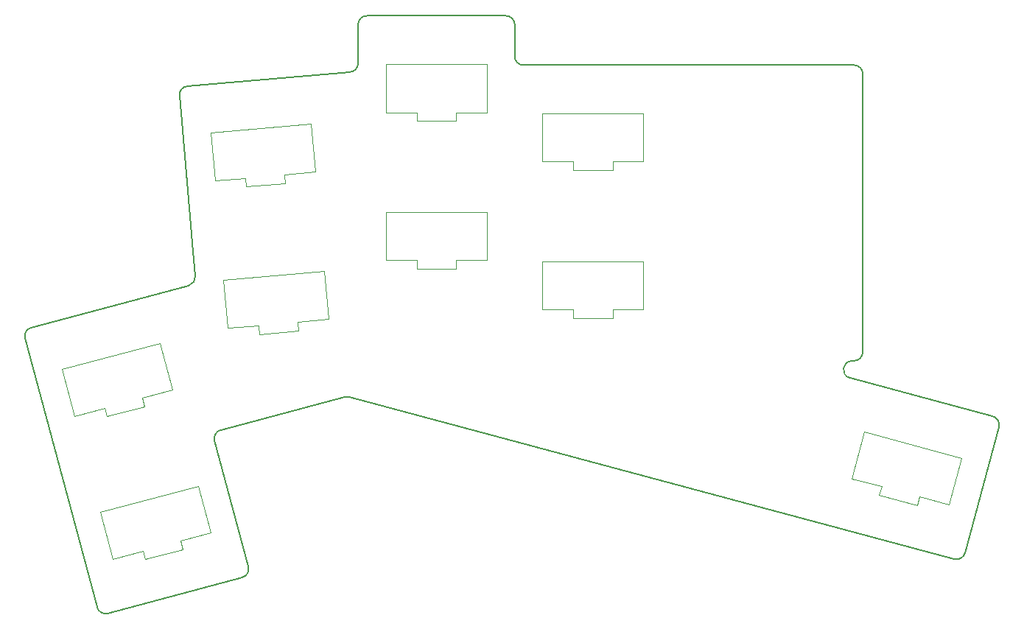
<source format=gbr>
%TF.GenerationSoftware,KiCad,Pcbnew,(5.1.9)-1*%
%TF.CreationDate,2021-06-26T19:40:30+02:00*%
%TF.ProjectId,idiosepius_thailandicus,6964696f-7365-4706-9975-735f74686169,VERSION_HERE*%
%TF.SameCoordinates,Original*%
%TF.FileFunction,Profile,NP*%
%FSLAX46Y46*%
G04 Gerber Fmt 4.6, Leading zero omitted, Abs format (unit mm)*
G04 Created by KiCad (PCBNEW (5.1.9)-1) date 2021-06-26 19:40:30*
%MOMM*%
%LPD*%
G01*
G04 APERTURE LIST*
%TA.AperFunction,Profile*%
%ADD10C,0.150000*%
%TD*%
%TA.AperFunction,Profile*%
%ADD11C,0.120000*%
%TD*%
G04 APERTURE END LIST*
D10*
X8753309Y-10166819D02*
X24208122Y-6025714D01*
X24915231Y-4800967D02*
G75*
G02*
X24208122Y-6025714I-965928J-258819D01*
G01*
X21032942Y9687918D02*
X24915228Y-4800967D01*
X-753646Y21449915D02*
X7528564Y-9459710D01*
X8753307Y-10166817D02*
G75*
G02*
X7528564Y-9459710I-258818J965925D01*
G01*
X-46539Y22674661D02*
X18068031Y27528446D01*
X-753648Y21449916D02*
G75*
G02*
X-46539Y22674661I965927J258818D01*
G01*
X35957870Y14722317D02*
X21740050Y10912664D01*
X18470175Y32413243D02*
X18805405Y28581525D01*
X18470175Y32413243D02*
X18295863Y34405633D01*
X16988527Y49348554D02*
X18295863Y34405633D01*
X17897566Y50431905D02*
X36610567Y52069080D01*
X16988527Y49348554D02*
G75*
G02*
X17897566Y50431905I996195J87156D01*
G01*
X55523412Y53860582D02*
X55523413Y57527248D01*
X54523412Y58527249D02*
G75*
G02*
X55523413Y57527248I0J-1000001D01*
G01*
X54523412Y58527248D02*
X38523412Y58527247D01*
X37523413Y57527248D02*
G75*
G02*
X38523412Y58527247I999999J0D01*
G01*
X37523413Y57527247D02*
X37523412Y53065274D01*
X95523412Y27360583D02*
X95523413Y51860582D01*
X95523412Y27360583D02*
X95523412Y19860581D01*
X94523412Y18860582D02*
X94310009Y18860582D01*
X56523412Y52860582D02*
X94523412Y52860582D01*
X36475509Y14722318D02*
X106050856Y-3920340D01*
X107275600Y-3213234D02*
G75*
G02*
X106050856Y-3920340I-965925J258819D01*
G01*
X107275601Y-3213234D02*
X111157887Y11275655D01*
X110450780Y12500400D02*
G75*
G02*
X111157887Y11275655I-258819J-965926D01*
G01*
X94051190Y16894656D02*
X110450780Y12500399D01*
X21032943Y9687917D02*
G75*
G02*
X21740050Y10912664I965927J258820D01*
G01*
X35957871Y14722318D02*
G75*
G02*
X36475509Y14722318I258819J-965925D01*
G01*
X94051190Y16894656D02*
G75*
G02*
X94310009Y18860582I258819J965926D01*
G01*
X95523412Y19860582D02*
G75*
G02*
X94523412Y18860582I-1000000J0D01*
G01*
X94523413Y52860584D02*
G75*
G02*
X95523413Y51860582I-1J-1000001D01*
G01*
X56523411Y52860581D02*
G75*
G02*
X55523412Y53860582I1J1000000D01*
G01*
X37523412Y53065274D02*
G75*
G02*
X36610567Y52069080I-1000000J1D01*
G01*
X18805404Y28581525D02*
G75*
G02*
X18068031Y27528446I-996192J-87156D01*
G01*
D11*
%TO.C,S1*%
X17127016Y-1814960D02*
X20556052Y-896153D01*
X12780349Y-2979646D02*
X9351313Y-3898454D01*
X17385835Y-2780886D02*
X17127016Y-1814960D01*
X13039168Y-3945572D02*
X17385835Y-2780886D01*
X12780349Y-2979646D02*
X13039168Y-3945572D01*
X9351313Y-3898454D02*
X7914867Y1462435D01*
X19119607Y4464736D02*
X20556052Y-896153D01*
X7914867Y1462435D02*
X19119607Y4464736D01*
%TO.C,S2*%
X12727093Y14605779D02*
X16156129Y15524586D01*
X8380426Y13441093D02*
X4951390Y12522285D01*
X12985912Y13639853D02*
X12727093Y14605779D01*
X8639245Y12475167D02*
X12985912Y13639853D01*
X8380426Y13441093D02*
X8639245Y12475167D01*
X4951390Y12522285D02*
X3514944Y17883174D01*
X14719684Y20885475D02*
X16156129Y15524586D01*
X3514944Y17883174D02*
X14719684Y20885475D01*
%TO.C,S3*%
X30557638Y23332181D02*
X34094129Y23641584D01*
X26074762Y22939980D02*
X22538271Y22630577D01*
X30644794Y22335987D02*
X30557638Y23332181D01*
X26161918Y21943786D02*
X30644794Y22335987D01*
X26074762Y22939980D02*
X26161918Y21943786D01*
X22538271Y22630577D02*
X22054556Y28159458D01*
X33610415Y29170465D02*
X34094129Y23641584D01*
X22054556Y28159458D02*
X33610415Y29170465D01*
%TO.C,S4*%
X29075990Y40267490D02*
X32612481Y40576893D01*
X24593114Y39875289D02*
X21056623Y39565886D01*
X29163146Y39271296D02*
X29075990Y40267490D01*
X24680270Y38879095D02*
X29163146Y39271296D01*
X24593114Y39875289D02*
X24680270Y38879095D01*
X21056623Y39565886D02*
X20572908Y45094767D01*
X32128767Y46105774D02*
X32612481Y40576893D01*
X20572908Y45094767D02*
X32128767Y46105774D01*
%TO.C,S5*%
X48773412Y30427248D02*
X52323412Y30427248D01*
X44273412Y30427248D02*
X40723412Y30427248D01*
X48773412Y29427248D02*
X48773412Y30427248D01*
X44273412Y29427248D02*
X48773412Y29427248D01*
X44273412Y30427248D02*
X44273412Y29427248D01*
X40723412Y30427248D02*
X40723412Y35977248D01*
X52323412Y35977248D02*
X52323412Y30427248D01*
X40723412Y35977248D02*
X52323412Y35977248D01*
%TO.C,S6*%
X48773412Y47427248D02*
X52323412Y47427248D01*
X44273412Y47427248D02*
X40723412Y47427248D01*
X48773412Y46427248D02*
X48773412Y47427248D01*
X44273412Y46427248D02*
X48773412Y46427248D01*
X44273412Y47427248D02*
X44273412Y46427248D01*
X40723412Y47427248D02*
X40723412Y52977248D01*
X52323412Y52977248D02*
X52323412Y47427248D01*
X40723412Y52977248D02*
X52323412Y52977248D01*
%TO.C,S7*%
X66773413Y24760582D02*
X70323413Y24760582D01*
X62273413Y24760582D02*
X58723413Y24760582D01*
X66773413Y23760582D02*
X66773413Y24760582D01*
X62273413Y23760582D02*
X66773413Y23760582D01*
X62273413Y24760582D02*
X62273413Y23760582D01*
X58723413Y24760582D02*
X58723413Y30310582D01*
X70323413Y30310582D02*
X70323413Y24760582D01*
X58723413Y30310582D02*
X70323413Y30310582D01*
%TO.C,S8*%
X66773412Y41760582D02*
X70323412Y41760582D01*
X62273412Y41760582D02*
X58723412Y41760582D01*
X66773412Y40760582D02*
X66773412Y41760582D01*
X62273412Y40760582D02*
X66773412Y40760582D01*
X62273412Y41760582D02*
X62273412Y40760582D01*
X58723412Y41760582D02*
X58723412Y47310582D01*
X70323412Y47310582D02*
X70323412Y41760582D01*
X58723412Y47310582D02*
X70323412Y47310582D01*
%TO.C,S9*%
X102023816Y3266831D02*
X105452852Y2348023D01*
X97677149Y4431517D02*
X94248113Y5350324D01*
X101764997Y2300905D02*
X102023816Y3266831D01*
X97418330Y3465591D02*
X101764997Y2300905D01*
X97677149Y4431517D02*
X97418330Y3465591D01*
X94248113Y5350324D02*
X95684558Y10711213D01*
X106889298Y7708912D02*
X105452852Y2348023D01*
X95684558Y10711213D02*
X106889298Y7708912D01*
%TD*%
M02*

</source>
